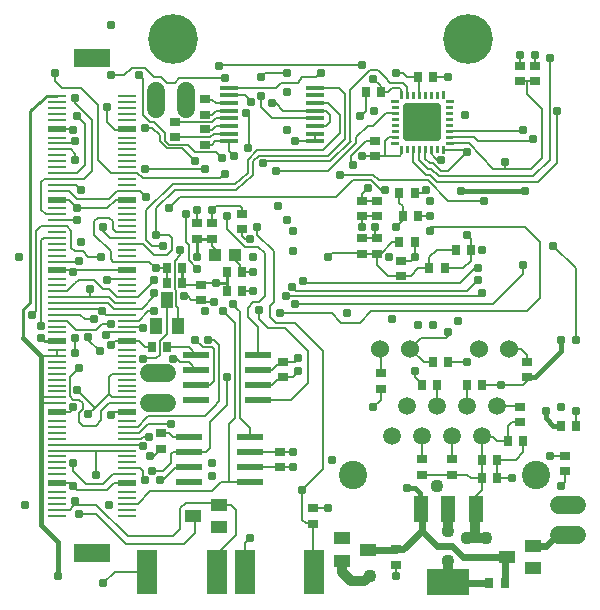
<source format=gbl>
G75*
G70*
%OFA0B0*%
%FSLAX24Y24*%
%IPPOS*%
%LPD*%
%AMOC8*
5,1,8,0,0,1.08239X$1,22.5*
%
%ADD10R,0.0669X0.1457*%
%ADD11C,0.0252*%
%ADD12C,0.0027*%
%ADD13R,0.0276X0.0354*%
%ADD14R,0.0354X0.0276*%
%ADD15R,0.0591X0.0118*%
%ADD16C,0.0945*%
%ADD17C,0.0591*%
%ADD18C,0.0600*%
%ADD19C,0.1660*%
%ADD20R,0.0394X0.0551*%
%ADD21R,0.0866X0.0236*%
%ADD22R,0.0551X0.0394*%
%ADD23C,0.0600*%
%ADD24R,0.0480X0.0880*%
%ADD25R,0.1417X0.0866*%
%ADD26R,0.1220X0.0630*%
%ADD27R,0.0630X0.0236*%
%ADD28R,0.0630X0.0091*%
%ADD29R,0.0433X0.0394*%
%ADD30C,0.0310*%
%ADD31C,0.0080*%
%ADD32C,0.0436*%
%ADD33C,0.0320*%
%ADD34C,0.0160*%
%ADD35C,0.0240*%
%ADD36C,0.0100*%
%ADD37C,0.0060*%
D10*
X005494Y002320D03*
X007817Y002320D03*
X008744Y002320D03*
X011067Y002320D03*
D11*
X014151Y016816D02*
X014151Y017824D01*
X015159Y017824D01*
X015159Y016816D01*
X014151Y016816D01*
X014151Y017067D02*
X015159Y017067D01*
X015159Y017318D02*
X014151Y017318D01*
X014151Y017569D02*
X015159Y017569D01*
X015159Y017820D02*
X014151Y017820D01*
D12*
X013855Y017780D02*
X013645Y017780D01*
X013645Y017844D01*
X013855Y017844D01*
X013855Y017780D01*
X013855Y017806D02*
X013645Y017806D01*
X013645Y017832D02*
X013855Y017832D01*
X013845Y017977D02*
X013635Y017977D01*
X013635Y018041D01*
X013845Y018041D01*
X013845Y017977D01*
X013845Y018003D02*
X013635Y018003D01*
X013635Y018029D02*
X013845Y018029D01*
X013934Y018131D02*
X013934Y018341D01*
X013998Y018341D01*
X013998Y018131D01*
X013934Y018131D01*
X013934Y018157D02*
X013998Y018157D01*
X013998Y018183D02*
X013934Y018183D01*
X013934Y018209D02*
X013998Y018209D01*
X013998Y018235D02*
X013934Y018235D01*
X013934Y018261D02*
X013998Y018261D01*
X013998Y018287D02*
X013934Y018287D01*
X013934Y018313D02*
X013998Y018313D01*
X013998Y018339D02*
X013934Y018339D01*
X014131Y018331D02*
X014131Y018121D01*
X014131Y018331D02*
X014195Y018331D01*
X014195Y018121D01*
X014131Y018121D01*
X014131Y018147D02*
X014195Y018147D01*
X014195Y018173D02*
X014131Y018173D01*
X014131Y018199D02*
X014195Y018199D01*
X014195Y018225D02*
X014131Y018225D01*
X014131Y018251D02*
X014195Y018251D01*
X014195Y018277D02*
X014131Y018277D01*
X014131Y018303D02*
X014195Y018303D01*
X014195Y018329D02*
X014131Y018329D01*
X014328Y018331D02*
X014328Y018121D01*
X014328Y018331D02*
X014392Y018331D01*
X014392Y018121D01*
X014328Y018121D01*
X014328Y018147D02*
X014392Y018147D01*
X014392Y018173D02*
X014328Y018173D01*
X014328Y018199D02*
X014392Y018199D01*
X014392Y018225D02*
X014328Y018225D01*
X014328Y018251D02*
X014392Y018251D01*
X014392Y018277D02*
X014328Y018277D01*
X014328Y018303D02*
X014392Y018303D01*
X014392Y018329D02*
X014328Y018329D01*
X014525Y018331D02*
X014525Y018121D01*
X014525Y018331D02*
X014589Y018331D01*
X014589Y018121D01*
X014525Y018121D01*
X014525Y018147D02*
X014589Y018147D01*
X014589Y018173D02*
X014525Y018173D01*
X014525Y018199D02*
X014589Y018199D01*
X014589Y018225D02*
X014525Y018225D01*
X014525Y018251D02*
X014589Y018251D01*
X014589Y018277D02*
X014525Y018277D01*
X014525Y018303D02*
X014589Y018303D01*
X014589Y018329D02*
X014525Y018329D01*
X014722Y018331D02*
X014722Y018121D01*
X014722Y018331D02*
X014786Y018331D01*
X014786Y018121D01*
X014722Y018121D01*
X014722Y018147D02*
X014786Y018147D01*
X014786Y018173D02*
X014722Y018173D01*
X014722Y018199D02*
X014786Y018199D01*
X014786Y018225D02*
X014722Y018225D01*
X014722Y018251D02*
X014786Y018251D01*
X014786Y018277D02*
X014722Y018277D01*
X014722Y018303D02*
X014786Y018303D01*
X014786Y018329D02*
X014722Y018329D01*
X014918Y018331D02*
X014918Y018121D01*
X014918Y018331D02*
X014982Y018331D01*
X014982Y018121D01*
X014918Y018121D01*
X014918Y018147D02*
X014982Y018147D01*
X014982Y018173D02*
X014918Y018173D01*
X014918Y018199D02*
X014982Y018199D01*
X014982Y018225D02*
X014918Y018225D01*
X014918Y018251D02*
X014982Y018251D01*
X014982Y018277D02*
X014918Y018277D01*
X014918Y018303D02*
X014982Y018303D01*
X014982Y018329D02*
X014918Y018329D01*
X015115Y018331D02*
X015115Y018121D01*
X015115Y018331D02*
X015179Y018331D01*
X015179Y018121D01*
X015115Y018121D01*
X015115Y018147D02*
X015179Y018147D01*
X015179Y018173D02*
X015115Y018173D01*
X015115Y018199D02*
X015179Y018199D01*
X015179Y018225D02*
X015115Y018225D01*
X015115Y018251D02*
X015179Y018251D01*
X015179Y018277D02*
X015115Y018277D01*
X015115Y018303D02*
X015179Y018303D01*
X015179Y018329D02*
X015115Y018329D01*
X015312Y018341D02*
X015312Y018131D01*
X015312Y018341D02*
X015376Y018341D01*
X015376Y018131D01*
X015312Y018131D01*
X015312Y018157D02*
X015376Y018157D01*
X015376Y018183D02*
X015312Y018183D01*
X015312Y018209D02*
X015376Y018209D01*
X015376Y018235D02*
X015312Y018235D01*
X015312Y018261D02*
X015376Y018261D01*
X015376Y018287D02*
X015312Y018287D01*
X015312Y018313D02*
X015376Y018313D01*
X015376Y018339D02*
X015312Y018339D01*
X015466Y018041D02*
X015676Y018041D01*
X015676Y017977D01*
X015466Y017977D01*
X015466Y018041D01*
X015466Y018003D02*
X015676Y018003D01*
X015676Y018029D02*
X015466Y018029D01*
X015456Y017844D02*
X015666Y017844D01*
X015666Y017780D01*
X015456Y017780D01*
X015456Y017844D01*
X015456Y017806D02*
X015666Y017806D01*
X015666Y017832D02*
X015456Y017832D01*
X015456Y017648D02*
X015666Y017648D01*
X015666Y017584D01*
X015456Y017584D01*
X015456Y017648D01*
X015456Y017610D02*
X015666Y017610D01*
X015666Y017636D02*
X015456Y017636D01*
X015456Y017451D02*
X015666Y017451D01*
X015666Y017387D01*
X015456Y017387D01*
X015456Y017451D01*
X015456Y017413D02*
X015666Y017413D01*
X015666Y017439D02*
X015456Y017439D01*
X015456Y017254D02*
X015666Y017254D01*
X015666Y017190D01*
X015456Y017190D01*
X015456Y017254D01*
X015456Y017216D02*
X015666Y017216D01*
X015666Y017242D02*
X015456Y017242D01*
X015456Y017057D02*
X015666Y017057D01*
X015666Y016993D01*
X015456Y016993D01*
X015456Y017057D01*
X015456Y017019D02*
X015666Y017019D01*
X015666Y017045D02*
X015456Y017045D01*
X015456Y016860D02*
X015666Y016860D01*
X015666Y016796D01*
X015456Y016796D01*
X015456Y016860D01*
X015456Y016822D02*
X015666Y016822D01*
X015666Y016848D02*
X015456Y016848D01*
X015466Y016663D02*
X015676Y016663D01*
X015676Y016599D01*
X015466Y016599D01*
X015466Y016663D01*
X015466Y016625D02*
X015676Y016625D01*
X015676Y016651D02*
X015466Y016651D01*
X015376Y016510D02*
X015376Y016300D01*
X015312Y016300D01*
X015312Y016510D01*
X015376Y016510D01*
X015376Y016326D02*
X015312Y016326D01*
X015312Y016352D02*
X015376Y016352D01*
X015376Y016378D02*
X015312Y016378D01*
X015312Y016404D02*
X015376Y016404D01*
X015376Y016430D02*
X015312Y016430D01*
X015312Y016456D02*
X015376Y016456D01*
X015376Y016482D02*
X015312Y016482D01*
X015312Y016508D02*
X015376Y016508D01*
X015179Y016520D02*
X015179Y016310D01*
X015115Y016310D01*
X015115Y016520D01*
X015179Y016520D01*
X015179Y016336D02*
X015115Y016336D01*
X015115Y016362D02*
X015179Y016362D01*
X015179Y016388D02*
X015115Y016388D01*
X015115Y016414D02*
X015179Y016414D01*
X015179Y016440D02*
X015115Y016440D01*
X015115Y016466D02*
X015179Y016466D01*
X015179Y016492D02*
X015115Y016492D01*
X015115Y016518D02*
X015179Y016518D01*
X014982Y016520D02*
X014982Y016310D01*
X014918Y016310D01*
X014918Y016520D01*
X014982Y016520D01*
X014982Y016336D02*
X014918Y016336D01*
X014918Y016362D02*
X014982Y016362D01*
X014982Y016388D02*
X014918Y016388D01*
X014918Y016414D02*
X014982Y016414D01*
X014982Y016440D02*
X014918Y016440D01*
X014918Y016466D02*
X014982Y016466D01*
X014982Y016492D02*
X014918Y016492D01*
X014918Y016518D02*
X014982Y016518D01*
X014786Y016520D02*
X014786Y016310D01*
X014722Y016310D01*
X014722Y016520D01*
X014786Y016520D01*
X014786Y016336D02*
X014722Y016336D01*
X014722Y016362D02*
X014786Y016362D01*
X014786Y016388D02*
X014722Y016388D01*
X014722Y016414D02*
X014786Y016414D01*
X014786Y016440D02*
X014722Y016440D01*
X014722Y016466D02*
X014786Y016466D01*
X014786Y016492D02*
X014722Y016492D01*
X014722Y016518D02*
X014786Y016518D01*
X014589Y016520D02*
X014589Y016310D01*
X014525Y016310D01*
X014525Y016520D01*
X014589Y016520D01*
X014589Y016336D02*
X014525Y016336D01*
X014525Y016362D02*
X014589Y016362D01*
X014589Y016388D02*
X014525Y016388D01*
X014525Y016414D02*
X014589Y016414D01*
X014589Y016440D02*
X014525Y016440D01*
X014525Y016466D02*
X014589Y016466D01*
X014589Y016492D02*
X014525Y016492D01*
X014525Y016518D02*
X014589Y016518D01*
X014392Y016520D02*
X014392Y016310D01*
X014328Y016310D01*
X014328Y016520D01*
X014392Y016520D01*
X014392Y016336D02*
X014328Y016336D01*
X014328Y016362D02*
X014392Y016362D01*
X014392Y016388D02*
X014328Y016388D01*
X014328Y016414D02*
X014392Y016414D01*
X014392Y016440D02*
X014328Y016440D01*
X014328Y016466D02*
X014392Y016466D01*
X014392Y016492D02*
X014328Y016492D01*
X014328Y016518D02*
X014392Y016518D01*
X014195Y016520D02*
X014195Y016310D01*
X014131Y016310D01*
X014131Y016520D01*
X014195Y016520D01*
X014195Y016336D02*
X014131Y016336D01*
X014131Y016362D02*
X014195Y016362D01*
X014195Y016388D02*
X014131Y016388D01*
X014131Y016414D02*
X014195Y016414D01*
X014195Y016440D02*
X014131Y016440D01*
X014131Y016466D02*
X014195Y016466D01*
X014195Y016492D02*
X014131Y016492D01*
X014131Y016518D02*
X014195Y016518D01*
X013998Y016510D02*
X013998Y016300D01*
X013934Y016300D01*
X013934Y016510D01*
X013998Y016510D01*
X013998Y016326D02*
X013934Y016326D01*
X013934Y016352D02*
X013998Y016352D01*
X013998Y016378D02*
X013934Y016378D01*
X013934Y016404D02*
X013998Y016404D01*
X013998Y016430D02*
X013934Y016430D01*
X013934Y016456D02*
X013998Y016456D01*
X013998Y016482D02*
X013934Y016482D01*
X013934Y016508D02*
X013998Y016508D01*
X013845Y016599D02*
X013635Y016599D01*
X013635Y016663D01*
X013845Y016663D01*
X013845Y016599D01*
X013845Y016625D02*
X013635Y016625D01*
X013635Y016651D02*
X013845Y016651D01*
X013855Y016796D02*
X013645Y016796D01*
X013645Y016860D01*
X013855Y016860D01*
X013855Y016796D01*
X013855Y016822D02*
X013645Y016822D01*
X013645Y016848D02*
X013855Y016848D01*
X013855Y016993D02*
X013645Y016993D01*
X013645Y017057D01*
X013855Y017057D01*
X013855Y016993D01*
X013855Y017019D02*
X013645Y017019D01*
X013645Y017045D02*
X013855Y017045D01*
X013855Y017190D02*
X013645Y017190D01*
X013645Y017254D01*
X013855Y017254D01*
X013855Y017190D01*
X013855Y017216D02*
X013645Y017216D01*
X013645Y017242D02*
X013855Y017242D01*
X013855Y017387D02*
X013645Y017387D01*
X013645Y017451D01*
X013855Y017451D01*
X013855Y017387D01*
X013855Y017413D02*
X013645Y017413D01*
X013645Y017439D02*
X013855Y017439D01*
X013855Y017584D02*
X013645Y017584D01*
X013645Y017648D01*
X013855Y017648D01*
X013855Y017584D01*
X013855Y017610D02*
X013645Y017610D01*
X013645Y017636D02*
X013855Y017636D01*
D13*
X013286Y018320D03*
X012774Y018320D03*
X014524Y018820D03*
X015036Y018820D03*
X014411Y014945D03*
X013899Y014945D03*
X014024Y014195D03*
X014536Y014195D03*
X014411Y013320D03*
X013899Y013320D03*
X014899Y012445D03*
X015411Y012445D03*
X015774Y013070D03*
X016286Y013070D03*
X015536Y009320D03*
X015024Y009320D03*
X015161Y008570D03*
X014649Y008570D03*
X016149Y008570D03*
X016661Y008570D03*
X017524Y006695D03*
X018036Y006695D03*
X017161Y006070D03*
X016649Y006070D03*
X016649Y005445D03*
X017161Y005445D03*
X019274Y007195D03*
X019786Y007195D03*
X017411Y001945D03*
X016899Y001945D03*
X008661Y011695D03*
X008661Y012320D03*
X008149Y012320D03*
X008149Y011695D03*
X006661Y011945D03*
X006661Y012445D03*
X006149Y012445D03*
X006149Y011945D03*
X006161Y009820D03*
X005649Y009820D03*
D14*
X007280Y011377D03*
X007280Y011889D03*
X007155Y013439D03*
X007155Y013951D03*
X007655Y013951D03*
X007655Y013439D03*
X008655Y013752D03*
X008655Y014264D03*
X007405Y016564D03*
X007405Y017076D03*
X007405Y017564D03*
X007405Y018076D03*
X006405Y017326D03*
X006405Y016814D03*
X012655Y014701D03*
X013155Y014701D03*
X013155Y014189D03*
X012655Y014189D03*
X012655Y013451D03*
X013155Y013451D03*
X013155Y012939D03*
X012655Y012939D03*
X013968Y012701D03*
X013968Y012189D03*
X013280Y008951D03*
X013280Y008439D03*
X014655Y006076D03*
X014655Y005564D03*
X015655Y005564D03*
X015655Y006076D03*
X017905Y007314D03*
X017905Y007826D03*
X018155Y008814D03*
X018155Y009326D03*
X019405Y006201D03*
X019405Y005689D03*
X013780Y003076D03*
X013780Y002564D03*
X011030Y003939D03*
X011030Y004451D03*
X009905Y005814D03*
X009905Y006326D03*
X010030Y008814D03*
X010030Y009326D03*
X005968Y006951D03*
X005968Y006439D03*
X013093Y016189D03*
X013093Y016701D03*
X017905Y018689D03*
X017905Y019201D03*
X018405Y019201D03*
X018405Y018689D03*
D15*
X011082Y018466D03*
X011082Y018210D03*
X011082Y017954D03*
X011082Y017698D03*
X011082Y017442D03*
X011082Y017186D03*
X011082Y016931D03*
X011082Y016675D03*
X008228Y016675D03*
X008228Y016931D03*
X008228Y017186D03*
X008228Y017442D03*
X008228Y017698D03*
X008228Y017954D03*
X008228Y018210D03*
X008228Y018466D03*
D16*
X012355Y005570D03*
X018455Y005570D03*
D17*
X016655Y006870D03*
X015655Y006870D03*
X014655Y006870D03*
X013655Y006870D03*
X014155Y007870D03*
X015155Y007870D03*
X016155Y007870D03*
X017155Y007870D03*
D18*
X017555Y009770D03*
X016555Y009770D03*
X014255Y009770D03*
X013255Y009770D03*
D19*
X016201Y020077D03*
X006359Y020077D03*
D20*
X006155Y011378D03*
X005781Y010512D03*
X006529Y010512D03*
D21*
X007131Y009570D03*
X007131Y009070D03*
X007131Y008570D03*
X007131Y008070D03*
X006881Y006820D03*
X006881Y006320D03*
X006881Y005820D03*
X006881Y005320D03*
X008929Y005320D03*
X008929Y005820D03*
X008929Y006320D03*
X008929Y006820D03*
X009179Y008070D03*
X009179Y008570D03*
X009179Y009070D03*
X009179Y009570D03*
D22*
X007901Y004569D03*
X007901Y003821D03*
X007035Y004195D03*
X011972Y003444D03*
X011972Y002696D03*
X012838Y003070D03*
X017472Y002820D03*
X018338Y002446D03*
X018338Y003194D03*
D23*
X019230Y003570D02*
X019830Y003570D01*
X019830Y004570D02*
X019230Y004570D01*
X006780Y017770D02*
X006780Y018370D01*
X005780Y018370D02*
X005780Y017770D01*
X005543Y008945D02*
X006143Y008945D01*
X006143Y007945D02*
X005543Y007945D01*
D24*
X014620Y004415D03*
X015530Y004415D03*
X016440Y004415D03*
D25*
X015530Y001975D03*
D26*
X003655Y002947D03*
X003655Y019443D03*
D27*
X002494Y017101D03*
X002494Y014739D03*
X002494Y012376D03*
X002494Y010014D03*
X002494Y007652D03*
X002494Y005290D03*
X004817Y005290D03*
X004817Y007652D03*
X004817Y010014D03*
X004817Y012376D03*
X004817Y014739D03*
X004817Y017101D03*
D28*
X004817Y016806D03*
X004817Y016609D03*
X004817Y016412D03*
X004817Y016215D03*
X004817Y016018D03*
X004817Y015821D03*
X004817Y015624D03*
X004817Y015428D03*
X004817Y015231D03*
X004817Y015034D03*
X004817Y014443D03*
X004817Y014246D03*
X004817Y014050D03*
X004817Y013853D03*
X004817Y013656D03*
X004817Y013459D03*
X004817Y013262D03*
X004817Y013065D03*
X004817Y012869D03*
X004817Y012672D03*
X004817Y012081D03*
X004817Y011884D03*
X004817Y011687D03*
X004817Y011491D03*
X004817Y011294D03*
X004817Y011097D03*
X004817Y010900D03*
X004817Y010703D03*
X004817Y010506D03*
X004817Y010309D03*
X004817Y009719D03*
X004817Y009522D03*
X004817Y009325D03*
X004817Y009128D03*
X004817Y008932D03*
X004817Y008735D03*
X004817Y008538D03*
X004817Y008341D03*
X004817Y008144D03*
X004817Y007947D03*
X004817Y007357D03*
X004817Y007160D03*
X004817Y006963D03*
X004817Y006766D03*
X004817Y006569D03*
X004817Y006372D03*
X004817Y006176D03*
X004817Y005979D03*
X004817Y005782D03*
X004817Y005585D03*
X004817Y004995D03*
X004817Y004798D03*
X004817Y004601D03*
X004817Y004404D03*
X004817Y004207D03*
X002494Y004207D03*
X002494Y004404D03*
X002494Y004601D03*
X002494Y004798D03*
X002494Y004995D03*
X002494Y005585D03*
X002494Y005782D03*
X002494Y005979D03*
X002494Y006176D03*
X002494Y006372D03*
X002494Y006569D03*
X002494Y006766D03*
X002494Y006963D03*
X002494Y007160D03*
X002494Y007357D03*
X002494Y007947D03*
X002494Y008144D03*
X002494Y008341D03*
X002494Y008538D03*
X002494Y008735D03*
X002494Y008932D03*
X002494Y009128D03*
X002494Y009325D03*
X002494Y009522D03*
X002494Y009719D03*
X002494Y010309D03*
X002494Y010506D03*
X002494Y010703D03*
X002494Y010900D03*
X002494Y011097D03*
X002494Y011294D03*
X002494Y011491D03*
X002494Y011687D03*
X002494Y011884D03*
X002494Y012081D03*
X002494Y012672D03*
X002494Y012869D03*
X002494Y013065D03*
X002494Y013262D03*
X002494Y013459D03*
X002494Y013656D03*
X002494Y013853D03*
X002494Y014050D03*
X002494Y014246D03*
X002494Y014443D03*
X002494Y015034D03*
X002494Y015231D03*
X002494Y015428D03*
X002494Y015624D03*
X002494Y015821D03*
X002494Y016018D03*
X002494Y016215D03*
X002494Y016412D03*
X002494Y016609D03*
X002494Y016806D03*
X002494Y017396D03*
X002494Y017593D03*
X002494Y017790D03*
X002494Y017987D03*
X002494Y018184D03*
X004817Y018184D03*
X004817Y017987D03*
X004817Y017790D03*
X004817Y017593D03*
X004817Y017396D03*
D29*
X007758Y012883D03*
X008427Y012883D03*
D30*
X002530Y002195D03*
X004030Y001945D03*
X003218Y004258D03*
X003093Y004695D03*
X003030Y005195D03*
X003030Y005945D03*
X003780Y005570D03*
X004218Y004570D03*
X005405Y005389D03*
X005655Y005695D03*
X005905Y005389D03*
X005599Y006195D03*
X005349Y006508D03*
X005549Y006820D03*
X006286Y007252D03*
X007655Y005945D03*
X007655Y005508D03*
X008905Y003445D03*
X010655Y005070D03*
X010343Y005820D03*
X010343Y006320D03*
X011655Y006070D03*
X011530Y004445D03*
X013780Y002195D03*
X014155Y005133D03*
X013030Y007820D03*
X014405Y009008D03*
X015530Y010320D03*
X015843Y010695D03*
X015030Y010570D03*
X014530Y010570D03*
X013655Y010752D03*
X012155Y010945D03*
X010686Y012008D03*
X010336Y011820D03*
X010118Y011508D03*
X010411Y011252D03*
X009905Y010945D03*
X009218Y011070D03*
X009030Y011695D03*
X009030Y012320D03*
X009030Y012820D03*
X008936Y013420D03*
X009155Y013820D03*
X009843Y014508D03*
X010155Y014070D03*
X010343Y013695D03*
X010343Y013008D03*
X011530Y012820D03*
X012655Y013820D03*
X013093Y013820D03*
X013780Y013820D03*
X013549Y012820D03*
X014405Y012820D03*
X014905Y013695D03*
X014905Y014195D03*
X014905Y014695D03*
X014780Y015070D03*
X015280Y016070D03*
X016155Y016320D03*
X016093Y017570D03*
X015530Y018820D03*
X013780Y018945D03*
X013030Y018758D03*
X012663Y019234D03*
X013069Y017688D03*
X012593Y017508D03*
X012655Y016195D03*
X012343Y015883D03*
X011905Y015570D03*
X012852Y015110D03*
X013405Y015070D03*
X015968Y015008D03*
X016718Y014695D03*
X016155Y013564D03*
X016655Y013070D03*
X016530Y012445D03*
X016530Y012070D03*
X016655Y011633D03*
X018030Y012570D03*
X019030Y013195D03*
X018093Y015008D03*
X017405Y016002D03*
X018030Y017070D03*
X018343Y016758D03*
X019161Y017702D03*
X018905Y019445D03*
X018405Y019570D03*
X017905Y019570D03*
X011280Y018968D03*
X010155Y018945D03*
X010155Y018320D03*
X009655Y017945D03*
X009280Y018195D03*
X008943Y017977D03*
X008780Y017620D03*
X008868Y016465D03*
X008382Y016198D03*
X007984Y016133D03*
X008086Y015600D03*
X007405Y015758D03*
X007093Y016014D03*
X007155Y014383D03*
X006780Y014258D03*
X006211Y014445D03*
X005468Y014820D03*
X005436Y015758D03*
X005405Y017133D03*
X004155Y017808D03*
X003155Y017508D03*
X003030Y017070D03*
X003093Y016695D03*
X003093Y016070D03*
X003280Y015064D03*
X003161Y014464D03*
X003155Y014070D03*
X003280Y013320D03*
X003218Y012695D03*
X003030Y012320D03*
X003593Y011758D03*
X004155Y012070D03*
X003968Y012820D03*
X004030Y013820D03*
X005780Y013570D03*
X006030Y013195D03*
X006593Y013070D03*
X007155Y012808D03*
X007155Y012433D03*
X007780Y011945D03*
X007718Y011320D03*
X007405Y011008D03*
X008030Y011008D03*
X008343Y011258D03*
X007530Y010064D03*
X007099Y010045D03*
X006368Y009427D03*
X005349Y009439D03*
X005349Y010452D03*
X005718Y011008D03*
X005718Y011633D03*
X005718Y012070D03*
X005780Y012445D03*
X006718Y011508D03*
X004280Y010602D03*
X004105Y010239D03*
X004280Y009883D03*
X003905Y009695D03*
X003530Y010145D03*
X003093Y010133D03*
X003093Y009633D03*
X003218Y009133D03*
X003155Y008383D03*
X003030Y007820D03*
X003536Y007577D03*
X004280Y007570D03*
X001961Y010133D03*
X001961Y010508D03*
X001655Y010883D03*
X001218Y012820D03*
X003718Y010758D03*
X003999Y011033D03*
X007655Y014383D03*
X008155Y014195D03*
X009343Y015945D03*
X009780Y015695D03*
X010405Y016695D03*
X010155Y017070D03*
X009280Y018820D03*
X008073Y018777D03*
X007899Y019194D03*
X005218Y018883D03*
X004280Y018883D03*
X003093Y018133D03*
X002405Y018945D03*
X004280Y020570D03*
X010530Y009445D03*
X010530Y009008D03*
X008155Y008820D03*
X001405Y004570D03*
X016155Y009320D03*
X017280Y008570D03*
X018780Y007695D03*
X019280Y007820D03*
X019780Y007695D03*
X018905Y006195D03*
X019280Y005195D03*
X017655Y005445D03*
X019280Y010070D03*
X019780Y010070D03*
D31*
X019780Y012445D01*
X019030Y013195D01*
X018593Y013320D02*
X018593Y011445D01*
X018155Y011008D01*
X012968Y011008D01*
X012593Y010633D01*
X011968Y010633D01*
X011655Y010945D01*
X009905Y010945D01*
X009780Y010633D02*
X010405Y010633D01*
X011343Y009695D01*
X011343Y005758D01*
X010655Y005070D01*
X010655Y004070D01*
X010780Y003945D01*
X011024Y003945D01*
X011030Y003939D01*
X011030Y002357D01*
X011067Y002320D01*
X011030Y004451D02*
X011524Y004451D01*
X011530Y004445D01*
X010337Y005814D02*
X010343Y005820D01*
X010337Y005814D02*
X009905Y005814D01*
X009899Y005820D01*
X008929Y005820D01*
X008929Y005320D02*
X008218Y005320D01*
X008218Y007258D01*
X008343Y007383D01*
X008411Y007445D01*
X008411Y010633D01*
X008030Y011008D01*
X008343Y011258D02*
X008530Y011070D01*
X008593Y011008D01*
X008593Y007445D01*
X008905Y007133D01*
X008905Y006844D01*
X008929Y006820D01*
X008929Y006320D02*
X009899Y006320D01*
X009905Y006326D01*
X010337Y006326D01*
X010343Y006320D01*
X010280Y008070D02*
X009179Y008070D01*
X009179Y008570D02*
X009655Y008570D01*
X009843Y008758D01*
X009974Y008758D01*
X010030Y008814D01*
X010337Y008814D01*
X010530Y009008D01*
X010411Y009326D02*
X010030Y009326D01*
X009962Y009258D01*
X009843Y009258D01*
X009655Y009070D01*
X009179Y009070D01*
X009179Y009570D02*
X009179Y010484D01*
X008843Y010820D01*
X008843Y011133D01*
X009036Y011327D01*
X009224Y011327D01*
X009405Y011508D01*
X009405Y012945D01*
X009193Y013158D01*
X008755Y013158D01*
X008155Y013758D01*
X008155Y014195D01*
X007780Y014508D02*
X007655Y014383D01*
X007655Y013951D01*
X007655Y013439D02*
X007655Y013195D01*
X007758Y013092D01*
X007758Y012883D01*
X008427Y012883D02*
X008427Y012736D01*
X008593Y012570D01*
X008593Y012389D01*
X008661Y012320D01*
X009030Y012320D01*
X009030Y011695D02*
X008661Y011695D01*
X009218Y011070D02*
X009218Y011070D01*
X009218Y010758D01*
X009530Y010445D01*
X010093Y010445D01*
X010843Y009695D01*
X010843Y008633D01*
X010280Y008070D01*
X010030Y008814D02*
X010024Y008820D01*
X010024Y009320D02*
X010030Y009326D01*
X010411Y009326D02*
X010530Y009445D01*
X009780Y010633D02*
X009593Y010820D01*
X009593Y011195D01*
X009718Y011320D01*
X009718Y013008D01*
X009155Y013570D01*
X009155Y013820D01*
X008936Y013420D02*
X008743Y013420D01*
X008655Y013508D01*
X008655Y013752D01*
X008655Y013752D01*
X008655Y013695D01*
X008655Y014264D02*
X008655Y014445D01*
X008593Y014508D01*
X007780Y014508D01*
X007155Y014383D02*
X007155Y013951D01*
X006780Y014258D02*
X006780Y013320D01*
X006893Y013208D01*
X006893Y012708D01*
X007155Y012433D01*
X007337Y011945D02*
X007280Y011889D01*
X006718Y011889D01*
X006661Y011945D01*
X006718Y011508D02*
X006843Y011508D01*
X006968Y011383D01*
X007280Y011383D01*
X007280Y011377D02*
X007161Y011320D01*
X007718Y011320D01*
X007280Y011377D02*
X007149Y011320D01*
X007337Y011945D02*
X007655Y011945D01*
X006336Y013070D02*
X006336Y013445D01*
X006218Y013570D01*
X005780Y013570D01*
X005780Y014445D01*
X006405Y015070D01*
X008468Y015070D01*
X009030Y015570D01*
X009030Y016008D01*
X009224Y016202D01*
X011530Y016195D01*
X012093Y016758D01*
X012093Y018258D01*
X011884Y018466D01*
X011082Y018466D01*
X011132Y018820D02*
X010655Y018820D01*
X010530Y018633D01*
X009968Y018633D01*
X009801Y018466D01*
X008228Y018466D01*
X008228Y018210D02*
X008765Y018210D01*
X008968Y018008D01*
X009280Y018195D02*
X009280Y017820D01*
X009655Y017445D01*
X011079Y017445D01*
X011082Y017442D01*
X011091Y017195D02*
X011082Y017186D01*
X011091Y017195D02*
X011468Y017195D01*
X011593Y017320D01*
X011593Y017570D01*
X011465Y017698D01*
X011082Y017698D01*
X010027Y017698D01*
X009780Y017945D01*
X009655Y017945D01*
X008883Y017501D02*
X008883Y016480D01*
X008868Y016465D01*
X009155Y016383D02*
X008843Y016070D01*
X008843Y015633D01*
X008405Y015258D01*
X006343Y015258D01*
X005468Y014383D01*
X005468Y013383D01*
X005655Y013195D01*
X006030Y013195D01*
X006336Y013070D02*
X006155Y012883D01*
X005718Y012883D01*
X005655Y012945D01*
X005655Y012945D01*
X005338Y013262D01*
X004817Y013262D01*
X004817Y013459D02*
X004266Y013459D01*
X004030Y013695D01*
X004030Y013820D01*
X004343Y013758D02*
X004343Y014008D01*
X004218Y014133D01*
X003843Y014133D01*
X003718Y014008D01*
X003718Y013570D01*
X004280Y013008D01*
X004280Y012758D01*
X004366Y012672D01*
X004817Y012672D01*
X005554Y012672D01*
X005780Y012445D01*
X006149Y012445D01*
X006149Y011945D01*
X005718Y012008D02*
X005718Y012070D01*
X005718Y012008D02*
X005200Y011491D01*
X004817Y011491D01*
X004485Y011491D01*
X004218Y011758D01*
X004030Y011758D01*
X003718Y012070D01*
X003218Y012070D01*
X003093Y011945D01*
X003093Y011945D01*
X002835Y011687D01*
X002494Y011687D01*
X002494Y011491D02*
X003593Y011491D01*
X003593Y011758D01*
X003593Y011491D02*
X004235Y011491D01*
X004432Y011294D01*
X004817Y011294D01*
X004817Y011097D02*
X004379Y011097D01*
X004182Y011294D01*
X002494Y011294D01*
X002494Y010900D02*
X003263Y010900D01*
X003405Y010758D01*
X003718Y010758D01*
X003999Y010602D02*
X004280Y010602D01*
X004263Y010900D02*
X004817Y010900D01*
X004817Y010703D02*
X005225Y010703D01*
X005530Y011008D01*
X005718Y011008D01*
X005718Y011008D01*
X005307Y011097D02*
X005718Y011508D01*
X005718Y011633D01*
X005307Y011097D02*
X004817Y011097D01*
X004817Y010506D02*
X005282Y010506D01*
X005349Y010452D01*
X005211Y010014D02*
X005405Y009820D01*
X005649Y009820D01*
X005211Y010014D02*
X004817Y010014D01*
X004411Y010014D01*
X004280Y009883D01*
X004105Y010239D02*
X004166Y010309D01*
X004817Y010309D01*
X003999Y010602D02*
X003799Y010402D01*
X003136Y010402D01*
X002835Y010703D01*
X002494Y010703D01*
X001961Y010508D02*
X001968Y013383D01*
X002044Y013459D01*
X002494Y013459D01*
X002494Y013853D02*
X001938Y013853D01*
X001780Y013695D01*
X001780Y011008D01*
X001655Y010883D01*
X002494Y012376D02*
X002974Y012376D01*
X003030Y012320D01*
X003086Y012376D01*
X004817Y012376D01*
X004817Y012081D02*
X004166Y012081D01*
X004155Y012070D01*
X003968Y012820D02*
X003530Y012820D01*
X003343Y013008D01*
X003093Y013008D01*
X002968Y013133D01*
X002968Y013695D01*
X002810Y013853D01*
X002494Y013853D01*
X002494Y014050D02*
X003134Y014050D01*
X003155Y014070D01*
X003180Y014445D02*
X003161Y014464D01*
X002887Y014739D01*
X002494Y014739D01*
X002494Y015034D02*
X002879Y015034D01*
X003155Y014758D01*
X004218Y014758D01*
X004494Y015034D01*
X004817Y015034D01*
X005254Y015034D01*
X005468Y014820D01*
X005343Y015445D02*
X005164Y015624D01*
X004817Y015624D01*
X004289Y015624D01*
X003843Y016070D01*
X003843Y017883D01*
X003280Y018445D01*
X002655Y018445D01*
X002405Y018695D01*
X002405Y018945D01*
X003093Y018133D02*
X003093Y017945D01*
X003655Y017383D01*
X003655Y015695D01*
X003387Y015428D01*
X002494Y015428D01*
X002075Y015428D01*
X002030Y015383D01*
X001968Y015320D01*
X001968Y014383D01*
X002104Y014246D01*
X002494Y014246D01*
X003180Y014445D02*
X004155Y014445D01*
X004448Y014739D01*
X004817Y014739D01*
X005343Y015445D02*
X007931Y015445D01*
X008086Y015600D01*
X007984Y016133D02*
X007796Y016320D01*
X007093Y016320D01*
X006843Y016570D01*
X007405Y016564D02*
X007411Y016570D01*
X007655Y016570D01*
X007759Y016675D01*
X008228Y016675D01*
X008228Y016352D01*
X008382Y016198D01*
X007655Y017070D02*
X007411Y017070D01*
X007405Y017076D01*
X007655Y017070D02*
X007771Y017186D01*
X008228Y017186D01*
X008228Y017442D02*
X007777Y017442D01*
X007655Y017320D01*
X006411Y017320D01*
X006405Y017326D01*
X006080Y016958D02*
X005718Y017333D01*
X005593Y017333D01*
X005343Y017570D01*
X005343Y018758D01*
X005218Y018883D01*
X005411Y019139D02*
X004974Y019139D01*
X004718Y018883D01*
X004280Y018883D01*
X004155Y017808D02*
X004155Y017320D01*
X004405Y017070D01*
X004786Y017070D01*
X004817Y017101D01*
X005436Y015758D02*
X007405Y015758D01*
X006586Y014820D02*
X006211Y014445D01*
X006586Y014820D02*
X011780Y014820D01*
X012343Y015383D01*
X012961Y015383D01*
X013273Y015070D01*
X013405Y015070D01*
X013218Y015383D02*
X014843Y015383D01*
X015530Y014695D01*
X016718Y014695D01*
X017030Y015758D02*
X017405Y015758D01*
X017405Y016002D01*
X017405Y015758D02*
X018280Y015758D01*
X018655Y016133D01*
X018655Y017758D01*
X018155Y018258D01*
X018155Y018689D01*
X017905Y018689D01*
X018155Y018689D02*
X018405Y018689D01*
X018405Y019201D02*
X018405Y019570D01*
X018905Y019445D02*
X018905Y016070D01*
X018343Y015508D01*
X015218Y015508D01*
X014968Y015758D01*
X014843Y015758D01*
X014557Y016044D01*
X014557Y016415D01*
X014754Y016415D02*
X014754Y016097D01*
X014905Y015945D01*
X015030Y015945D01*
X015280Y015695D01*
X015530Y015695D01*
X016155Y016320D01*
X016071Y016405D01*
X015344Y016405D01*
X015571Y016631D02*
X016219Y016631D01*
X017030Y015758D01*
X016530Y016695D02*
X016397Y016828D01*
X015561Y016828D01*
X015561Y017025D02*
X017985Y017025D01*
X018030Y017070D01*
X018343Y016758D02*
X018280Y016695D01*
X016530Y016695D01*
X015280Y016070D02*
X015155Y016070D01*
X015093Y016133D01*
X015093Y016133D01*
X014950Y016275D01*
X014950Y016415D01*
X014360Y016415D02*
X014360Y015991D01*
X014780Y015570D01*
X014905Y015570D01*
X015155Y015320D01*
X018530Y015320D01*
X019161Y015952D01*
X019161Y017702D01*
X017905Y019201D02*
X017905Y019570D01*
X015530Y018820D02*
X015036Y018820D01*
X014557Y018788D02*
X014524Y018820D01*
X014155Y018820D01*
X014030Y018945D01*
X013780Y018945D01*
X013593Y018633D02*
X013405Y018820D01*
X013405Y018820D01*
X013218Y019008D01*
X013218Y019008D01*
X013155Y019070D01*
X012933Y019070D01*
X012269Y018407D01*
X012269Y016706D01*
X012280Y016695D01*
X011593Y016008D01*
X009405Y016008D01*
X009343Y015945D01*
X009155Y016383D02*
X011343Y016383D01*
X011905Y016945D01*
X011905Y017570D01*
X011521Y017954D01*
X011082Y017954D01*
X011132Y018820D02*
X011280Y018968D01*
X010155Y018945D02*
X009405Y018945D01*
X009280Y018820D01*
X008228Y017954D02*
X007771Y017954D01*
X007655Y018070D01*
X007411Y018070D01*
X007405Y018076D01*
X007783Y017698D02*
X007655Y017570D01*
X007411Y017570D01*
X007405Y017564D01*
X007783Y017698D02*
X008228Y017698D01*
X008780Y017620D02*
X008780Y017605D01*
X008883Y017501D01*
X008073Y018777D02*
X006561Y018777D01*
X006405Y018633D01*
X006155Y018633D01*
X005968Y018820D01*
X005718Y018820D01*
X005411Y019139D01*
X003405Y017258D02*
X003155Y017508D01*
X003405Y017258D02*
X003405Y015883D01*
X003147Y015624D01*
X002494Y015624D01*
X002494Y015231D02*
X003120Y015231D01*
X003280Y015064D01*
X003093Y016070D02*
X003093Y016258D01*
X002939Y016412D01*
X002494Y016412D01*
X002494Y016609D02*
X003006Y016609D01*
X003093Y016695D01*
X003030Y017070D02*
X003061Y017101D01*
X003030Y017070D02*
X003000Y017101D01*
X002494Y017101D01*
X002030Y015383D02*
X002030Y015383D01*
X002494Y012672D02*
X003194Y012672D01*
X003218Y012695D01*
X004343Y013758D02*
X004445Y013656D01*
X004817Y013656D01*
X003530Y010145D02*
X003530Y010070D01*
X003905Y009695D01*
X004329Y008932D02*
X004218Y008820D01*
X004218Y008258D01*
X003749Y007789D01*
X003155Y008383D01*
X003030Y007820D02*
X003030Y007758D01*
X002924Y007652D01*
X002494Y007652D01*
X003536Y007577D02*
X003749Y007789D01*
X004280Y007570D02*
X004362Y007652D01*
X004817Y007652D01*
X004817Y008144D02*
X004331Y008144D01*
X004218Y008258D01*
X004329Y008932D02*
X004817Y008932D01*
X005530Y007508D02*
X005468Y007445D01*
X005468Y007445D01*
X005182Y007160D01*
X004817Y007160D01*
X004817Y006963D02*
X005235Y006963D01*
X005524Y007252D01*
X006286Y007252D01*
X006218Y006945D02*
X005974Y006945D01*
X005968Y006951D01*
X006218Y006945D02*
X006343Y006820D01*
X006881Y006820D01*
X006881Y006320D02*
X006343Y006320D01*
X006280Y006258D01*
X006280Y005945D01*
X006030Y005695D01*
X005655Y005695D01*
X005905Y005389D02*
X006036Y005389D01*
X006468Y005820D01*
X006881Y005820D01*
X006881Y006320D02*
X007468Y006320D01*
X007593Y006445D01*
X007593Y007320D01*
X008155Y007883D01*
X008155Y008820D01*
X007899Y008008D02*
X007899Y009883D01*
X007718Y010070D01*
X007530Y010064D01*
X007899Y008008D02*
X007718Y007820D01*
X007718Y007820D01*
X007405Y007508D01*
X005530Y007508D01*
X005281Y006569D02*
X004817Y006569D01*
X002494Y006569D01*
X002494Y006372D02*
X003780Y006372D01*
X003780Y005570D01*
X004030Y005258D02*
X003468Y005258D01*
X003030Y005695D01*
X002936Y005290D02*
X003030Y005195D01*
X003155Y005070D01*
X004155Y005070D01*
X004375Y005290D01*
X004817Y005290D01*
X004817Y005585D02*
X004357Y005585D01*
X004030Y005258D01*
X003780Y004570D02*
X004843Y003508D01*
X006343Y003508D01*
X006593Y003758D01*
X006593Y004445D01*
X006780Y004633D01*
X007837Y004633D01*
X007901Y004569D01*
X007902Y004570D01*
X008280Y004570D01*
X008468Y004383D01*
X008468Y003570D01*
X007817Y002919D01*
X007817Y002320D01*
X008744Y002320D02*
X008744Y003284D01*
X008905Y003445D01*
X007655Y005008D02*
X007968Y005320D01*
X008218Y005320D01*
X007655Y005008D02*
X005593Y005008D01*
X005186Y004601D01*
X004817Y004601D01*
X003780Y004570D02*
X003093Y004570D01*
X003093Y004695D01*
X003093Y004570D02*
X003030Y004508D01*
X003030Y004508D01*
X002926Y004404D01*
X002494Y004404D01*
X003218Y004258D02*
X003780Y004258D01*
X004780Y003258D01*
X006718Y003258D01*
X007093Y003633D01*
X007093Y004137D01*
X007035Y004195D01*
X006905Y004195D01*
X005494Y002320D02*
X004405Y002320D01*
X004030Y001945D01*
X002936Y005290D02*
X002494Y005290D01*
X003780Y006372D02*
X004817Y006372D01*
X005281Y006569D02*
X005349Y006508D01*
X003093Y009633D02*
X003093Y010133D01*
X009780Y015695D02*
X011530Y015695D01*
X012468Y016627D01*
X012468Y016820D01*
X012843Y017195D01*
X013030Y017195D01*
X013450Y017616D01*
X013750Y017616D01*
X013966Y018236D02*
X013966Y018384D01*
X013905Y018445D01*
X013655Y018445D01*
X013530Y018320D01*
X013286Y018320D01*
X013280Y018320D01*
X013280Y018508D01*
X013030Y018758D01*
X012774Y018320D02*
X012774Y017689D01*
X012593Y017508D01*
X012786Y016701D02*
X012280Y016195D01*
X012280Y015945D01*
X012343Y015883D01*
X012655Y016195D02*
X012661Y016189D01*
X013093Y016189D01*
X013286Y016195D01*
X013405Y016195D01*
X013405Y016695D01*
X013538Y016828D01*
X013750Y016828D01*
X013966Y016405D02*
X013966Y016256D01*
X013905Y016195D01*
X013405Y016195D01*
X013093Y016701D02*
X012786Y016701D01*
X013030Y015570D02*
X011905Y015570D01*
X012655Y014913D02*
X012655Y014701D01*
X013155Y014701D01*
X012852Y015110D02*
X012655Y014913D01*
X013218Y015383D02*
X013030Y015570D01*
X013899Y014945D02*
X013899Y014639D01*
X014030Y014508D01*
X014030Y014201D01*
X014024Y014195D01*
X014024Y014064D01*
X013780Y013820D01*
X013899Y013320D02*
X013655Y013320D01*
X013274Y012939D01*
X013155Y012939D01*
X012655Y012939D01*
X012655Y012945D01*
X011655Y012945D01*
X011530Y012820D01*
X010686Y012008D02*
X010749Y011945D01*
X015905Y011945D01*
X016405Y012445D01*
X016530Y012445D01*
X016280Y012695D02*
X016280Y013064D01*
X016286Y013070D01*
X016286Y013439D01*
X016155Y013564D01*
X015774Y013070D02*
X015155Y013070D01*
X014899Y012814D01*
X014899Y012445D01*
X014530Y012445D01*
X014274Y012189D01*
X013968Y012189D01*
X013536Y012189D01*
X013155Y012570D01*
X013155Y012939D01*
X013155Y013451D02*
X012655Y013451D01*
X012655Y013820D02*
X012655Y014195D01*
X012661Y014189D01*
X013155Y014189D01*
X012655Y014189D01*
X013093Y013820D02*
X013093Y013514D01*
X013155Y013451D01*
X013968Y012701D02*
X014286Y012701D01*
X014405Y012820D01*
X014405Y013314D01*
X014411Y013320D01*
X014905Y013695D02*
X014905Y013820D01*
X018093Y013820D01*
X018593Y013320D01*
X018030Y012570D02*
X018030Y012258D01*
X017011Y011264D01*
X010411Y011252D01*
X010118Y011508D02*
X016530Y011508D01*
X016655Y011633D01*
X016530Y012070D02*
X016155Y011695D01*
X010468Y011695D01*
X010336Y011820D01*
X013255Y009770D02*
X013280Y009745D01*
X013280Y008951D01*
X013280Y008439D02*
X013280Y008070D01*
X013030Y007820D01*
X014405Y008814D02*
X014649Y008570D01*
X014405Y008814D02*
X014405Y009008D01*
X014705Y009320D02*
X014255Y009770D01*
X014618Y010133D01*
X015468Y010133D01*
X015530Y010195D01*
X015530Y010320D01*
X015536Y009320D02*
X016155Y009320D01*
X016149Y008570D02*
X016149Y007876D01*
X016155Y007870D01*
X016661Y008570D02*
X017280Y008570D01*
X018030Y008570D01*
X018155Y008695D01*
X018155Y008814D01*
X018155Y009326D02*
X018155Y009570D01*
X017955Y009770D01*
X017555Y009770D01*
X017861Y007870D02*
X017155Y007870D01*
X017861Y007870D02*
X017905Y007826D01*
X017905Y007314D02*
X017649Y007314D01*
X017530Y007195D01*
X017530Y006701D01*
X017524Y006695D01*
X017155Y006695D01*
X017030Y006820D01*
X016705Y006820D01*
X016655Y006870D01*
X016649Y006864D01*
X016649Y006070D01*
X016649Y005445D01*
X016655Y005439D01*
X016655Y005070D01*
X016440Y004855D01*
X016440Y004415D01*
X016280Y005445D02*
X016649Y005445D01*
X016280Y005445D02*
X016161Y005564D01*
X015655Y005564D01*
X014655Y005564D01*
X014655Y006076D02*
X014655Y006870D01*
X015655Y006870D02*
X015655Y006076D01*
X017161Y006070D02*
X017161Y005445D01*
X017655Y005445D01*
X017780Y006070D02*
X017161Y006070D01*
X017780Y006070D02*
X018036Y006326D01*
X018036Y006695D01*
X018905Y006195D02*
X019399Y006195D01*
X019405Y006201D01*
X019405Y005689D02*
X019405Y005320D01*
X019280Y005195D01*
X019786Y007195D02*
X019780Y007201D01*
X019780Y007695D01*
X016030Y012445D02*
X015411Y012445D01*
X016030Y012445D02*
X016280Y012695D01*
X014905Y014195D02*
X014536Y014195D01*
X014655Y014945D02*
X014411Y014945D01*
X014655Y014945D02*
X014780Y015070D01*
X014557Y018226D02*
X014557Y018788D01*
X014163Y018500D02*
X014163Y018226D01*
X014163Y018500D02*
X014030Y018633D01*
X013593Y018633D01*
X012663Y019234D02*
X007939Y019234D01*
X007899Y019194D01*
X010405Y016695D02*
X010426Y016675D01*
X011082Y016675D01*
X011082Y016931D01*
X014705Y009320D02*
X015024Y009320D01*
X015030Y009326D01*
X015161Y008570D02*
X015161Y007876D01*
X015155Y007870D01*
X013780Y002564D02*
X013780Y002195D01*
D32*
X012905Y002195D03*
X015530Y002695D03*
X016155Y003445D03*
X016780Y003445D03*
X015530Y003695D03*
X015155Y005195D03*
D33*
X015530Y004415D02*
X015530Y003695D01*
X016155Y003445D02*
X016405Y003445D01*
X016405Y004320D01*
X016405Y003445D02*
X016780Y003445D01*
X015530Y002695D02*
X015530Y001975D01*
X012905Y002195D02*
X012718Y002008D01*
X012280Y002008D01*
X011972Y002316D01*
X011972Y002696D01*
D34*
X014155Y005133D02*
X014405Y005133D01*
X014593Y004945D01*
X014593Y004443D01*
X014620Y004415D01*
X014655Y004380D01*
X018155Y008820D02*
X018405Y008820D01*
X019280Y009695D01*
X019280Y010070D01*
X018780Y007695D02*
X018780Y007445D01*
X019030Y007195D01*
X019274Y007195D01*
X018093Y015008D02*
X015968Y015008D01*
X002530Y003320D02*
X002530Y002195D01*
X002530Y003320D02*
X001968Y003883D01*
X001968Y007945D01*
X001968Y008133D01*
X001968Y009508D01*
X001343Y010133D01*
D35*
X012838Y003070D02*
X013774Y003070D01*
X013780Y003076D01*
X014036Y003076D01*
X014655Y003695D01*
X015155Y003195D01*
X015655Y003195D01*
X016030Y002820D01*
X017472Y002820D01*
X017411Y002759D01*
X017411Y001945D01*
X016899Y001945D02*
X015560Y001945D01*
X015530Y001975D01*
X014655Y003695D02*
X014655Y004380D01*
X018338Y003194D02*
X018339Y003195D01*
X018780Y003195D01*
X019155Y003570D01*
X019530Y003570D01*
D36*
X008149Y011695D02*
X008149Y011945D01*
X007780Y011945D01*
X007655Y011945D01*
X008149Y011945D02*
X008149Y012320D01*
X007155Y012808D02*
X007155Y013439D01*
X007655Y013439D01*
X006661Y012445D02*
X006661Y011945D01*
X002494Y010014D02*
X002086Y010014D01*
X001961Y010133D01*
X001343Y010133D02*
X001343Y011070D01*
X001593Y011320D01*
X001593Y017695D01*
X001655Y017758D01*
X002143Y018184D01*
X002494Y018184D01*
D37*
X005405Y017133D02*
X005655Y017133D01*
X005905Y016883D01*
X005905Y016695D01*
X006155Y016445D01*
X006661Y016445D01*
X007093Y016014D01*
X006843Y016570D02*
X006205Y016570D01*
X006080Y016695D01*
X006080Y016958D01*
X006405Y016814D02*
X007587Y016814D01*
X007703Y016931D01*
X008228Y016931D01*
X008943Y017977D02*
X008968Y018002D01*
X008968Y018008D01*
X006593Y013070D02*
X006593Y012883D01*
X006405Y012695D01*
X006405Y011758D01*
X006468Y011695D01*
X006468Y011195D01*
X006530Y011133D01*
X006530Y010513D01*
X006529Y010512D01*
X006155Y010258D02*
X006155Y011378D01*
X006097Y011320D01*
X006155Y010258D02*
X006093Y010195D01*
X006093Y010195D01*
X006030Y010133D01*
X006030Y010133D01*
X005968Y010070D01*
X005968Y010070D01*
X005905Y010008D01*
X005905Y009570D01*
X005780Y009445D01*
X005355Y009445D01*
X005349Y009439D01*
X006161Y009820D02*
X006881Y009820D01*
X007131Y009570D01*
X007343Y009814D02*
X007099Y010045D01*
X007343Y009814D02*
X007655Y009814D01*
X007718Y009745D01*
X007718Y008695D01*
X007593Y008570D01*
X007131Y008570D01*
X007131Y009070D02*
X006881Y009320D01*
X006593Y009320D01*
X006486Y009427D01*
X006368Y009427D01*
X004817Y007947D02*
X004220Y007947D01*
X003968Y007695D01*
X003968Y007383D01*
X003780Y007195D01*
X003343Y007195D01*
X003218Y007320D01*
X003218Y007633D01*
X003343Y007758D01*
X003343Y007945D01*
X003218Y008070D01*
X003030Y008070D01*
X002905Y008195D01*
X002905Y008820D01*
X003218Y009133D01*
X002494Y009522D02*
X001982Y009522D01*
X001968Y009508D01*
X002494Y009522D02*
X002494Y009719D01*
X002494Y011097D02*
X003935Y011097D01*
X003999Y011033D01*
X004132Y010900D01*
X004263Y010900D01*
X002494Y008144D02*
X001979Y008144D01*
X001968Y008133D01*
X001970Y007947D02*
X001968Y007945D01*
X001970Y007947D02*
X002494Y007947D01*
X003030Y005945D02*
X003030Y005695D01*
X004817Y005782D02*
X005256Y005782D01*
X005343Y005695D01*
X005343Y005508D01*
X005405Y005389D01*
X005599Y006195D02*
X005724Y006195D01*
X005968Y006439D01*
X005549Y006820D02*
X005343Y006820D01*
X005289Y006766D01*
X004817Y006766D01*
M02*

</source>
